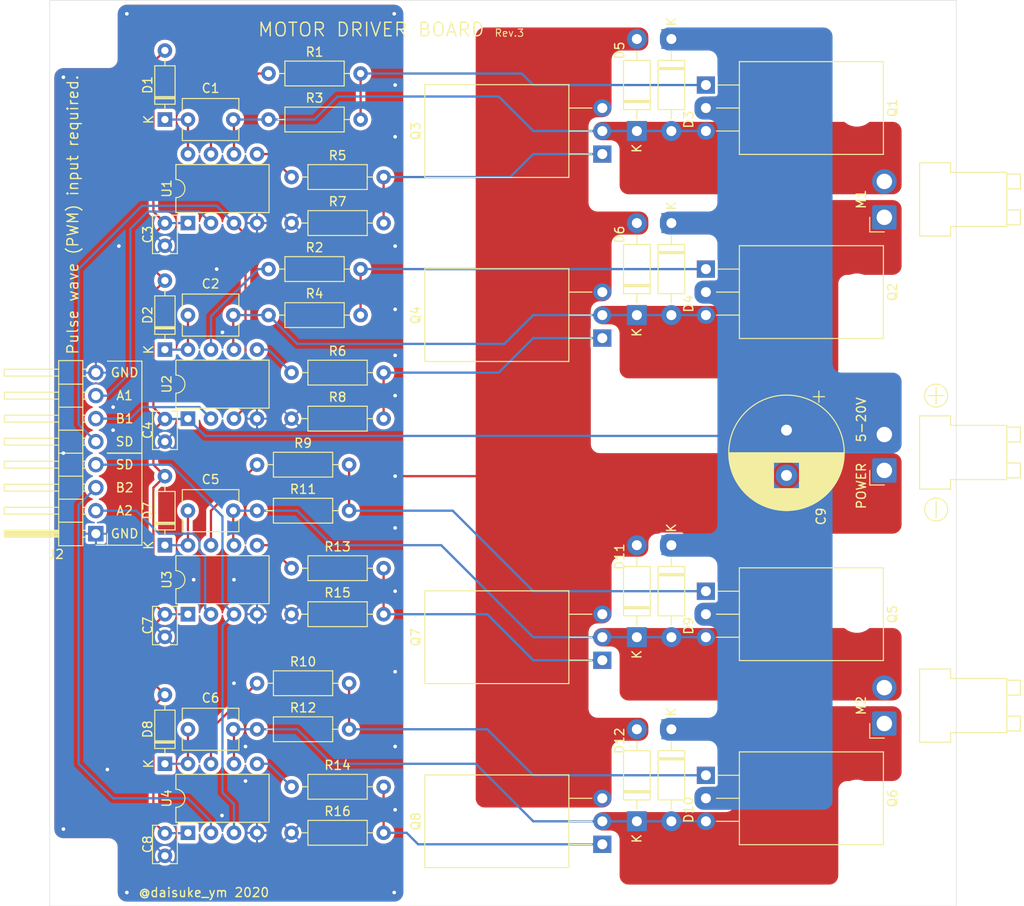
<source format=kicad_pcb>
(kicad_pcb (version 20171130) (host pcbnew "(5.1.6)-1")
  (layers (0 F.Cu signal) (31 B.Cu signal) (34 B.Paste user) (35 F.Paste user) (36 B.SilkS user) (37 F.SilkS user) (38 B.Mask user) (39 F.Mask user) (44 Edge.Cuts user))
  (net 0 "")
  (net 1 "Net-(C1-Pad1)")
  (net 2 "Net-(C1-Pad2)")
  (net 3 "Net-(C2-Pad1)")
  (net 4 "Net-(C2-Pad2)")
  (net 5 GNDPWR)
  (net 6 +BATT)
  (net 7 "Net-(C5-Pad2)")
  (net 8 "Net-(C5-Pad1)")
  (net 9 "Net-(C6-Pad2)")
  (net 10 "Net-(C6-Pad1)")
  (net 11 /IN_A1)
  (net 12 /IN_B1)
  (net 13 /IN_SD1)
  (net 14 /IN_SD2)
  (net 15 /IN_B2)
  (net 16 /IN_A2)
  (net 17 "Net-(Q1-Pad1)")
  (net 18 "Net-(Q2-Pad1)")
  (net 19 "Net-(Q3-Pad1)")
  (net 20 "Net-(Q4-Pad1)")
  (net 21 "Net-(Q5-Pad1)")
  (net 22 "Net-(Q6-Pad1)")
  (net 23 "Net-(Q7-Pad1)")
  (net 24 "Net-(Q8-Pad1)")
  (net 25 "Net-(R1-Pad1)")
  (net 26 "Net-(R2-Pad1)")
  (net 27 "Net-(R6-Pad1)")
  (net 28 "Net-(R14-Pad1)")
  (net 29 "Net-(R5-Pad1)")
  (net 30 "Net-(R9-Pad1)")
  (net 31 "Net-(R10-Pad1)")
  (net 32 "Net-(R13-Pad1)")
  (module MountingHole:MountingHole_3.2mm_M3 (layer F.Cu) (at 196 54)
    (fp_text reference MH3 hide)
    (fp_text value MountingHole_3.2mm_M3)
    (pad 1 np_thru_hole circle (at 0 0) (size 3.2 3.2) (drill 3.2) (layers *.Cu *.Mask))
  )
  (module MountingHole:MountingHole_3.2mm_M3 (layer F.Cu) (at 104 54)
    (fp_text reference MH4 hide)
    (fp_text value MountingHole_3.2mm_M3)
    (pad 1 np_thru_hole circle (at 0 0) (size 3.2 3.2) (drill 3.2) (layers *.Cu *.Mask))
  )
  (module MountingHole:MountingHole_3.2mm_M3 (layer F.Cu) (at 196 146)
    (fp_text reference MH2 hide)
    (fp_text value MountingHole_3.2mm_M3)
    (pad 1 np_thru_hole circle (at 0 0) (size 3.2 3.2) (drill 3.2) (layers *.Cu *.Mask))
  )
  (module MountingHole:MountingHole_3.2mm_M3 (layer F.Cu) (at 104 146)
    (fp_text reference MH1 hide)
    (fp_text value MountingHole_3.2mm_M3)
    (pad 1 np_thru_hole circle (at 0 0) (size 3.2 3.2) (drill 3.2) (layers *.Cu *.Mask))
  )
  (module Capacitor_THT:C_Disc_D6.0mm_W4.4mm_P5.00mm (layer F.Cu) (at 115.24 63.17)
    (fp_text reference C1 (at 2.5 -3.45) (layer F.SilkS))
    (fp_text value 10u)
    (pad 2 thru_hole circle (at 5 0) (size 1.6 1.6) (drill 0.8) (layers *.Cu *.Mask) (net 2 "Net-(C1-Pad2)"))
    (pad 1 thru_hole circle (at 0 0) (size 1.6 1.6) (drill 0.8) (layers *.Cu *.Mask) (net 1 "Net-(C1-Pad1)"))
  )
  (module Capacitor_THT:C_Disc_D6.0mm_W4.4mm_P5.00mm (layer F.Cu) (at 115.24 84.76)
    (fp_text reference C2 (at 2.5 -3.45) (layer F.SilkS))
    (fp_text value 10u)
    (pad 2 thru_hole circle (at 5 0) (size 1.6 1.6) (drill 0.8) (layers *.Cu *.Mask) (net 4 "Net-(C2-Pad2)"))
    (pad 1 thru_hole circle (at 0 0) (size 1.6 1.6) (drill 0.8) (layers *.Cu *.Mask) (net 3 "Net-(C2-Pad1)"))
  )
  (module Capacitor_THT:C_Rect_L4.0mm_W2.5mm_P2.50mm (layer F.Cu) (at 112.7 74.6 270)
    (fp_text reference C3 (at 1.27 1.905 90) (layer F.SilkS))
    (fp_text value 0.1u)
    (pad 1 thru_hole circle (at 0 0 270) (size 1.6 1.6) (drill 0.8) (layers *.Cu *.Mask) (net 6 +BATT))
    (pad 2 thru_hole circle (at 2.5 0 270) (size 1.6 1.6) (drill 0.8) (layers *.Cu *.Mask) (net 5 GNDPWR))
  )
  (module Capacitor_THT:C_Rect_L4.0mm_W2.5mm_P2.50mm (layer F.Cu) (at 112.7 96.23 270)
    (fp_text reference C4 (at 1.23 1.905 90) (layer F.SilkS))
    (fp_text value 0.1u)
    (pad 2 thru_hole circle (at 2.5 0 270) (size 1.6 1.6) (drill 0.8) (layers *.Cu *.Mask) (net 5 GNDPWR))
    (pad 1 thru_hole circle (at 0 0 270) (size 1.6 1.6) (drill 0.8) (layers *.Cu *.Mask) (net 6 +BATT))
  )
  (module Capacitor_THT:C_Disc_D6.0mm_W4.4mm_P5.00mm (layer F.Cu) (at 115.24 106.35)
    (fp_text reference C5 (at 2.5 -3.45) (layer F.SilkS))
    (fp_text value 10u)
    (pad 1 thru_hole circle (at 0 0) (size 1.6 1.6) (drill 0.8) (layers *.Cu *.Mask) (net 8 "Net-(C5-Pad1)"))
    (pad 2 thru_hole circle (at 5 0) (size 1.6 1.6) (drill 0.8) (layers *.Cu *.Mask) (net 7 "Net-(C5-Pad2)"))
  )
  (module Capacitor_THT:C_Disc_D6.0mm_W4.4mm_P5.00mm (layer F.Cu) (at 115.24 130.48)
    (fp_text reference C6 (at 2.5 -3.45) (layer F.SilkS))
    (fp_text value 10u)
    (pad 1 thru_hole circle (at 0 0) (size 1.6 1.6) (drill 0.8) (layers *.Cu *.Mask) (net 10 "Net-(C6-Pad1)"))
    (pad 2 thru_hole circle (at 5 0) (size 1.6 1.6) (drill 0.8) (layers *.Cu *.Mask) (net 9 "Net-(C6-Pad2)"))
  )
  (module Capacitor_THT:C_Rect_L4.0mm_W2.5mm_P2.50mm (layer F.Cu) (at 112.7 117.78 270)
    (fp_text reference C7 (at 1.25 1.905 90) (layer F.SilkS))
    (fp_text value 0.1u)
    (pad 1 thru_hole circle (at 0 0 270) (size 1.6 1.6) (drill 0.8) (layers *.Cu *.Mask) (net 6 +BATT))
    (pad 2 thru_hole circle (at 2.5 0 270) (size 1.6 1.6) (drill 0.8) (layers *.Cu *.Mask) (net 5 GNDPWR))
  )
  (module Capacitor_THT:C_Rect_L4.0mm_W2.5mm_P2.50mm (layer F.Cu) (at 112.7 141.95 270)
    (fp_text reference C8 (at 1.23 1.905 90) (layer F.SilkS))
    (fp_text value 0.1u)
    (pad 2 thru_hole circle (at 2.5 0 270) (size 1.6 1.6) (drill 0.8) (layers *.Cu *.Mask) (net 5 GNDPWR))
    (pad 1 thru_hole circle (at 0 0 270) (size 1.6 1.6) (drill 0.8) (layers *.Cu *.Mask) (net 6 +BATT))
  )
  (module Capacitor_THT:CP_Radial_D12.5mm_P5.00mm (layer F.Cu) (at 181.28 97.46 270)
    (fp_text reference C9 (at 9.525 -3.81 90) (layer F.SilkS))
    (fp_text value "470u 50V")
    (pad 1 thru_hole rect (at 0 0 270) (size 2.4 2.4) (drill 1.2) (layers *.Cu *.Mask) (net 6 +BATT))
    (pad 2 thru_hole circle (at 5 0 270) (size 2.4 2.4) (drill 1.2) (layers *.Cu *.Mask) (net 5 GNDPWR))
  )
  (module Connector_JST:JST_VH_B2PS-VH_1x02_P3.96mm_Horizontal (layer F.Cu) (at 192.075 101.905 90)
    (fp_text reference J1 hide)
    (fp_text value "Motor Power")
    (pad 1 thru_hole roundrect (at 0 0 90) (size 2.7 2.7) (drill 1.7) (layers *.Cu *.Mask) (roundrect_rratio 0.09259299999999999) (net 5 GNDPWR))
    (pad 2 thru_hole circle (at 3.96 0 90) (size 2.7 2.7) (drill 1.7) (layers *.Cu *.Mask) (net 6 +BATT))
  )
  (module Connector_JST:JST_VH_B2PS-VH_1x02_P3.96mm_Horizontal (layer F.Cu) (at 192.075 73.965 90)
    (fp_text reference M1 (at 1.98 -2.55 90) (layer F.SilkS))
    (fp_text value Motor_DC)
    (pad 1 thru_hole roundrect (at 0 0 90) (size 2.7 2.7) (drill 1.7) (layers *.Cu *.Mask) (roundrect_rratio 0.09259299999999999) (net 4 "Net-(C2-Pad2)"))
    (pad 2 thru_hole circle (at 3.96 0 90) (size 2.7 2.7) (drill 1.7) (layers *.Cu *.Mask) (net 2 "Net-(C1-Pad2)"))
  )
  (module Connector_JST:JST_VH_B2PS-VH_1x02_P3.96mm_Horizontal (layer F.Cu) (at 192.075 129.845 90)
    (fp_text reference M2 (at 1.98 -2.55 90) (layer F.SilkS))
    (fp_text value Motor_DC)
    (pad 2 thru_hole circle (at 3.96 0 90) (size 2.7 2.7) (drill 1.7) (layers *.Cu *.Mask) (net 7 "Net-(C5-Pad2)"))
    (pad 1 thru_hole roundrect (at 0 0 90) (size 2.7 2.7) (drill 1.7) (layers *.Cu *.Mask) (roundrect_rratio 0.09259299999999999) (net 9 "Net-(C6-Pad2)"))
  )
  (module Package_DIP:DIP-8_W7.62mm (layer F.Cu) (at 115.24 74.6 90)
    (fp_text reference U1 (at 3.81 -2.33 90) (layer F.SilkS))
    (fp_text value IR2302)
    (pad 8 thru_hole oval (at 7.62 0 90) (size 1.6 1.6) (drill 0.8) (layers *.Cu *.Mask) (net 1 "Net-(C1-Pad1)"))
    (pad 4 thru_hole oval (at 0 7.62 90) (size 1.6 1.6) (drill 0.8) (layers *.Cu *.Mask) (net 5 GNDPWR))
    (pad 7 thru_hole oval (at 7.62 2.54 90) (size 1.6 1.6) (drill 0.8) (layers *.Cu *.Mask) (net 25 "Net-(R1-Pad1)"))
    (pad 3 thru_hole oval (at 0 5.08 90) (size 1.6 1.6) (drill 0.8) (layers *.Cu *.Mask) (net 13 /IN_SD1))
    (pad 6 thru_hole oval (at 7.62 5.08 90) (size 1.6 1.6) (drill 0.8) (layers *.Cu *.Mask) (net 2 "Net-(C1-Pad2)"))
    (pad 2 thru_hole oval (at 0 2.54 90) (size 1.6 1.6) (drill 0.8) (layers *.Cu *.Mask) (net 11 /IN_A1))
    (pad 5 thru_hole oval (at 7.62 7.62 90) (size 1.6 1.6) (drill 0.8) (layers *.Cu *.Mask) (net 29 "Net-(R5-Pad1)"))
    (pad 1 thru_hole rect (at 0 0 90) (size 1.6 1.6) (drill 0.8) (layers *.Cu *.Mask) (net 6 +BATT))
  )
  (module Package_DIP:DIP-8_W7.62mm (layer F.Cu) (at 115.24 96.19 90)
    (fp_text reference U2 (at 3.81 -2.33 90) (layer F.SilkS))
    (fp_text value IR2302)
    (pad 8 thru_hole oval (at 7.62 0 90) (size 1.6 1.6) (drill 0.8) (layers *.Cu *.Mask) (net 3 "Net-(C2-Pad1)"))
    (pad 4 thru_hole oval (at 0 7.62 90) (size 1.6 1.6) (drill 0.8) (layers *.Cu *.Mask) (net 5 GNDPWR))
    (pad 7 thru_hole oval (at 7.62 2.54 90) (size 1.6 1.6) (drill 0.8) (layers *.Cu *.Mask) (net 26 "Net-(R2-Pad1)"))
    (pad 3 thru_hole oval (at 0 5.08 90) (size 1.6 1.6) (drill 0.8) (layers *.Cu *.Mask) (net 13 /IN_SD1))
    (pad 6 thru_hole oval (at 7.62 5.08 90) (size 1.6 1.6) (drill 0.8) (layers *.Cu *.Mask) (net 4 "Net-(C2-Pad2)"))
    (pad 2 thru_hole oval (at 0 2.54 90) (size 1.6 1.6) (drill 0.8) (layers *.Cu *.Mask) (net 12 /IN_B1))
    (pad 5 thru_hole oval (at 7.62 7.62 90) (size 1.6 1.6) (drill 0.8) (layers *.Cu *.Mask) (net 27 "Net-(R6-Pad1)"))
    (pad 1 thru_hole rect (at 0 0 90) (size 1.6 1.6) (drill 0.8) (layers *.Cu *.Mask) (net 6 +BATT))
  )
  (module Package_DIP:DIP-8_W7.62mm (layer F.Cu) (at 115.24 117.78 90)
    (fp_text reference U3 (at 3.81 -2.33 90) (layer F.SilkS))
    (fp_text value IR2302)
    (pad 1 thru_hole rect (at 0 0 90) (size 1.6 1.6) (drill 0.8) (layers *.Cu *.Mask) (net 6 +BATT))
    (pad 5 thru_hole oval (at 7.62 7.62 90) (size 1.6 1.6) (drill 0.8) (layers *.Cu *.Mask) (net 32 "Net-(R13-Pad1)"))
    (pad 2 thru_hole oval (at 0 2.54 90) (size 1.6 1.6) (drill 0.8) (layers *.Cu *.Mask) (net 16 /IN_A2))
    (pad 6 thru_hole oval (at 7.62 5.08 90) (size 1.6 1.6) (drill 0.8) (layers *.Cu *.Mask) (net 7 "Net-(C5-Pad2)"))
    (pad 3 thru_hole oval (at 0 5.08 90) (size 1.6 1.6) (drill 0.8) (layers *.Cu *.Mask) (net 14 /IN_SD2))
    (pad 7 thru_hole oval (at 7.62 2.54 90) (size 1.6 1.6) (drill 0.8) (layers *.Cu *.Mask) (net 30 "Net-(R9-Pad1)"))
    (pad 4 thru_hole oval (at 0 7.62 90) (size 1.6 1.6) (drill 0.8) (layers *.Cu *.Mask) (net 5 GNDPWR))
    (pad 8 thru_hole oval (at 7.62 0 90) (size 1.6 1.6) (drill 0.8) (layers *.Cu *.Mask) (net 8 "Net-(C5-Pad1)"))
  )
  (module Package_DIP:DIP-8_W7.62mm (layer F.Cu) (at 115.24 141.91 90)
    (fp_text reference U4 (at 3.81 -2.33 90) (layer F.SilkS))
    (fp_text value IR2302)
    (pad 1 thru_hole rect (at 0 0 90) (size 1.6 1.6) (drill 0.8) (layers *.Cu *.Mask) (net 6 +BATT))
    (pad 5 thru_hole oval (at 7.62 7.62 90) (size 1.6 1.6) (drill 0.8) (layers *.Cu *.Mask) (net 28 "Net-(R14-Pad1)"))
    (pad 2 thru_hole oval (at 0 2.54 90) (size 1.6 1.6) (drill 0.8) (layers *.Cu *.Mask) (net 15 /IN_B2))
    (pad 6 thru_hole oval (at 7.62 5.08 90) (size 1.6 1.6) (drill 0.8) (layers *.Cu *.Mask) (net 9 "Net-(C6-Pad2)"))
    (pad 3 thru_hole oval (at 0 5.08 90) (size 1.6 1.6) (drill 0.8) (layers *.Cu *.Mask) (net 14 /IN_SD2))
    (pad 7 thru_hole oval (at 7.62 2.54 90) (size 1.6 1.6) (drill 0.8) (layers *.Cu *.Mask) (net 31 "Net-(R10-Pad1)"))
    (pad 4 thru_hole oval (at 0 7.62 90) (size 1.6 1.6) (drill 0.8) (layers *.Cu *.Mask) (net 5 GNDPWR))
    (pad 8 thru_hole oval (at 7.62 0 90) (size 1.6 1.6) (drill 0.8) (layers *.Cu *.Mask) (net 10 "Net-(C6-Pad1)"))
  )
  (module Diode_THT:D_DO-35_SOD27_P7.62mm_Horizontal (layer F.Cu) (at 112.7 63.17 90)
    (fp_text reference D1 (at 3.81 -1.905 90) (layer F.SilkS))
    (fp_text value 1N4148)
    (fp_text user K (at 0 -1.8 90) (layer F.SilkS))
    (pad 1 thru_hole rect (at 0 0 90) (size 1.6 1.6) (drill 0.8) (layers *.Cu *.Mask) (net 1 "Net-(C1-Pad1)"))
    (pad 2 thru_hole oval (at 7.62 0 90) (size 1.6 1.6) (drill 0.8) (layers *.Cu *.Mask) (net 6 +BATT))
  )
  (module Diode_THT:D_DO-35_SOD27_P7.62mm_Horizontal (layer F.Cu) (at 112.7 88.57 90)
    (fp_text reference D2 (at 3.81 -1.905 90) (layer F.SilkS))
    (fp_text value 1N4148)
    (fp_text user K (at 0 -1.8 90) (layer F.SilkS))
    (pad 2 thru_hole oval (at 7.62 0 90) (size 1.6 1.6) (drill 0.8) (layers *.Cu *.Mask) (net 6 +BATT))
    (pad 1 thru_hole rect (at 0 0 90) (size 1.6 1.6) (drill 0.8) (layers *.Cu *.Mask) (net 3 "Net-(C2-Pad1)"))
  )
  (module Diode_THT:D_DO-41_SOD81_P10.16mm_Horizontal (layer F.Cu) (at 168.58 54.28 270)
    (fp_text reference D3 (at 8.89 -1.905 90) (layer F.SilkS))
    (fp_text value 1N4007)
    (fp_text user K (at -1.905 0 90) (layer F.SilkS))
    (pad 2 thru_hole oval (at 10.16 0 270) (size 2.2 2.2) (drill 1.1) (layers *.Cu *.Mask) (net 2 "Net-(C1-Pad2)"))
    (pad 1 thru_hole rect (at 0 0 270) (size 2.2 2.2) (drill 1.1) (layers *.Cu *.Mask) (net 6 +BATT))
  )
  (module Diode_THT:D_DO-41_SOD81_P10.16mm_Horizontal (layer F.Cu) (at 168.58 74.6 270)
    (fp_text reference D4 (at 8.89 -1.905 90) (layer F.SilkS))
    (fp_text value 1N4007)
    (fp_text user K (at -1.905 0 90) (layer F.SilkS))
    (pad 1 thru_hole rect (at 0 0 270) (size 2.2 2.2) (drill 1.1) (layers *.Cu *.Mask) (net 6 +BATT))
    (pad 2 thru_hole oval (at 10.16 0 270) (size 2.2 2.2) (drill 1.1) (layers *.Cu *.Mask) (net 4 "Net-(C2-Pad2)"))
  )
  (module Diode_THT:D_DO-41_SOD81_P10.16mm_Horizontal (layer F.Cu) (at 164.77 64.44 90)
    (fp_text reference D5 (at 8.89 -1.905 90) (layer F.SilkS))
    (fp_text value 1N4007)
    (fp_text user K (at -1.905 0 90) (layer F.SilkS))
    (pad 2 thru_hole oval (at 10.16 0 90) (size 2.2 2.2) (drill 1.1) (layers *.Cu *.Mask) (net 5 GNDPWR))
    (pad 1 thru_hole rect (at 0 0 90) (size 2.2 2.2) (drill 1.1) (layers *.Cu *.Mask) (net 2 "Net-(C1-Pad2)"))
  )
  (module Diode_THT:D_DO-41_SOD81_P10.16mm_Horizontal (layer F.Cu) (at 164.77 84.76 90)
    (fp_text reference D6 (at 8.89 -1.905 90) (layer F.SilkS))
    (fp_text value 1N4007)
    (fp_text user K (at -1.905 0 90) (layer F.SilkS))
    (pad 1 thru_hole rect (at 0 0 90) (size 2.2 2.2) (drill 1.1) (layers *.Cu *.Mask) (net 4 "Net-(C2-Pad2)"))
    (pad 2 thru_hole oval (at 10.16 0 90) (size 2.2 2.2) (drill 1.1) (layers *.Cu *.Mask) (net 5 GNDPWR))
  )
  (module Diode_THT:D_DO-35_SOD27_P7.62mm_Horizontal (layer F.Cu) (at 112.7 110.16 90)
    (fp_text reference D7 (at 3.81 -1.905 90) (layer F.SilkS))
    (fp_text value 1N4148)
    (fp_text user K (at 0 -1.8 90) (layer F.SilkS))
    (pad 1 thru_hole rect (at 0 0 90) (size 1.6 1.6) (drill 0.8) (layers *.Cu *.Mask) (net 8 "Net-(C5-Pad1)"))
    (pad 2 thru_hole oval (at 7.62 0 90) (size 1.6 1.6) (drill 0.8) (layers *.Cu *.Mask) (net 6 +BATT))
  )
  (module Diode_THT:D_DO-35_SOD27_P7.62mm_Horizontal (layer F.Cu) (at 112.7 134.29 90)
    (fp_text reference D8 (at 3.81 -1.905 90) (layer F.SilkS))
    (fp_text value 1N4148)
    (fp_text user K (at 0 -1.8 90) (layer F.SilkS))
    (pad 2 thru_hole oval (at 7.62 0 90) (size 1.6 1.6) (drill 0.8) (layers *.Cu *.Mask) (net 6 +BATT))
    (pad 1 thru_hole rect (at 0 0 90) (size 1.6 1.6) (drill 0.8) (layers *.Cu *.Mask) (net 10 "Net-(C6-Pad1)"))
  )
  (module Diode_THT:D_DO-41_SOD81_P10.16mm_Horizontal (layer F.Cu) (at 168.58 110.16 270)
    (fp_text reference D9 (at 8.89 -1.905 90) (layer F.SilkS))
    (fp_text value 1N4007)
    (fp_text user K (at -1.905 0 90) (layer F.SilkS))
    (pad 2 thru_hole oval (at 10.16 0 270) (size 2.2 2.2) (drill 1.1) (layers *.Cu *.Mask) (net 7 "Net-(C5-Pad2)"))
    (pad 1 thru_hole rect (at 0 0 270) (size 2.2 2.2) (drill 1.1) (layers *.Cu *.Mask) (net 6 +BATT))
  )
  (module Diode_THT:D_DO-41_SOD81_P10.16mm_Horizontal (layer F.Cu) (at 168.58 130.48 270)
    (fp_text reference D10 (at 8.89 -1.905 90) (layer F.SilkS))
    (fp_text value 1N4007)
    (fp_text user K (at -1.905 0 90) (layer F.SilkS))
    (pad 1 thru_hole rect (at 0 0 270) (size 2.2 2.2) (drill 1.1) (layers *.Cu *.Mask) (net 6 +BATT))
    (pad 2 thru_hole oval (at 10.16 0 270) (size 2.2 2.2) (drill 1.1) (layers *.Cu *.Mask) (net 9 "Net-(C6-Pad2)"))
  )
  (module Diode_THT:D_DO-41_SOD81_P10.16mm_Horizontal (layer F.Cu) (at 164.77 120.32 90)
    (fp_text reference D11 (at 8.89 -1.905 90) (layer F.SilkS))
    (fp_text value 1N4007)
    (fp_text user K (at -1.905 0 90) (layer F.SilkS))
    (pad 2 thru_hole oval (at 10.16 0 90) (size 2.2 2.2) (drill 1.1) (layers *.Cu *.Mask) (net 5 GNDPWR))
    (pad 1 thru_hole rect (at 0 0 90) (size 2.2 2.2) (drill 1.1) (layers *.Cu *.Mask) (net 7 "Net-(C5-Pad2)"))
  )
  (module Diode_THT:D_DO-41_SOD81_P10.16mm_Horizontal (layer F.Cu) (at 164.77 140.64 90)
    (fp_text reference D12 (at 8.89 -1.905 90) (layer F.SilkS))
    (fp_text value 1N4007)
    (fp_text user K (at -1.905 0 90) (layer F.SilkS))
    (pad 1 thru_hole rect (at 0 0 90) (size 2.2 2.2) (drill 1.1) (layers *.Cu *.Mask) (net 9 "Net-(C6-Pad2)"))
    (pad 2 thru_hole oval (at 10.16 0 90) (size 2.2 2.2) (drill 1.1) (layers *.Cu *.Mask) (net 5 GNDPWR))
  )
  (module Resistor_THT:R_Axial_DIN0207_L6.3mm_D2.5mm_P10.16mm_Horizontal (layer F.Cu) (at 124.13 58.09)
    (fp_text reference R1 (at 5.08 -2.37) (layer F.SilkS))
    (fp_text value 47k)
    (pad 1 thru_hole circle (at 0 0) (size 1.6 1.6) (drill 0.8) (layers *.Cu *.Mask) (net 25 "Net-(R1-Pad1)"))
    (pad 2 thru_hole oval (at 10.16 0) (size 1.6 1.6) (drill 0.8) (layers *.Cu *.Mask) (net 17 "Net-(Q1-Pad1)"))
  )
  (module Resistor_THT:R_Axial_DIN0207_L6.3mm_D2.5mm_P10.16mm_Horizontal (layer F.Cu) (at 124.13 79.68)
    (fp_text reference R2 (at 5.08 -2.37) (layer F.SilkS))
    (fp_text value 47k)
    (pad 1 thru_hole circle (at 0 0) (size 1.6 1.6) (drill 0.8) (layers *.Cu *.Mask) (net 26 "Net-(R2-Pad1)"))
    (pad 2 thru_hole oval (at 10.16 0) (size 1.6 1.6) (drill 0.8) (layers *.Cu *.Mask) (net 18 "Net-(Q2-Pad1)"))
  )
  (module Resistor_THT:R_Axial_DIN0207_L6.3mm_D2.5mm_P10.16mm_Horizontal (layer F.Cu) (at 124.13 63.17)
    (fp_text reference R3 (at 5.08 -2.37) (layer F.SilkS))
    (fp_text value 47k)
    (pad 2 thru_hole oval (at 10.16 0) (size 1.6 1.6) (drill 0.8) (layers *.Cu *.Mask) (net 17 "Net-(Q1-Pad1)"))
    (pad 1 thru_hole circle (at 0 0) (size 1.6 1.6) (drill 0.8) (layers *.Cu *.Mask) (net 2 "Net-(C1-Pad2)"))
  )
  (module Resistor_THT:R_Axial_DIN0207_L6.3mm_D2.5mm_P10.16mm_Horizontal (layer F.Cu) (at 124.13 84.76)
    (fp_text reference R4 (at 5.08 -2.37) (layer F.SilkS))
    (fp_text value 47k)
    (pad 1 thru_hole circle (at 0 0) (size 1.6 1.6) (drill 0.8) (layers *.Cu *.Mask) (net 4 "Net-(C2-Pad2)"))
    (pad 2 thru_hole oval (at 10.16 0) (size 1.6 1.6) (drill 0.8) (layers *.Cu *.Mask) (net 18 "Net-(Q2-Pad1)"))
  )
  (module Resistor_THT:R_Axial_DIN0207_L6.3mm_D2.5mm_P10.16mm_Horizontal (layer F.Cu) (at 126.67 69.52)
    (fp_text reference R5 (at 5.08 -2.37) (layer F.SilkS))
    (fp_text value 47k)
    (pad 1 thru_hole circle (at 0 0) (size 1.6 1.6) (drill 0.8) (layers *.Cu *.Mask) (net 29 "Net-(R5-Pad1)"))
    (pad 2 thru_hole oval (at 10.16 0) (size 1.6 1.6) (drill 0.8) (layers *.Cu *.Mask) (net 19 "Net-(Q3-Pad1)"))
  )
  (module Resistor_THT:R_Axial_DIN0207_L6.3mm_D2.5mm_P10.16mm_Horizontal (layer F.Cu) (at 126.67 91.11)
    (fp_text reference R6 (at 5.08 -2.37) (layer F.SilkS))
    (fp_text value 47k)
    (pad 2 thru_hole oval (at 10.16 0) (size 1.6 1.6) (drill 0.8) (layers *.Cu *.Mask) (net 20 "Net-(Q4-Pad1)"))
    (pad 1 thru_hole circle (at 0 0) (size 1.6 1.6) (drill 0.8) (layers *.Cu *.Mask) (net 27 "Net-(R6-Pad1)"))
  )
  (module Resistor_THT:R_Axial_DIN0207_L6.3mm_D2.5mm_P10.16mm_Horizontal (layer F.Cu) (at 126.67 74.6)
    (fp_text reference R7 (at 5.08 -2.37) (layer F.SilkS))
    (fp_text value 47k)
    (pad 2 thru_hole oval (at 10.16 0) (size 1.6 1.6) (drill 0.8) (layers *.Cu *.Mask) (net 19 "Net-(Q3-Pad1)"))
    (pad 1 thru_hole circle (at 0 0) (size 1.6 1.6) (drill 0.8) (layers *.Cu *.Mask) (net 5 GNDPWR))
  )
  (module Resistor_THT:R_Axial_DIN0207_L6.3mm_D2.5mm_P10.16mm_Horizontal (layer F.Cu) (at 126.67 96.19)
    (fp_text reference R8 (at 5.08 -2.37) (layer F.SilkS))
    (fp_text value 47k)
    (pad 1 thru_hole circle (at 0 0) (size 1.6 1.6) (drill 0.8) (layers *.Cu *.Mask) (net 5 GNDPWR))
    (pad 2 thru_hole oval (at 10.16 0) (size 1.6 1.6) (drill 0.8) (layers *.Cu *.Mask) (net 20 "Net-(Q4-Pad1)"))
  )
  (module Resistor_THT:R_Axial_DIN0207_L6.3mm_D2.5mm_P10.16mm_Horizontal (layer F.Cu) (at 122.86 101.27)
    (fp_text reference R9 (at 5.08 -2.37) (layer F.SilkS))
    (fp_text value 47k)
    (pad 1 thru_hole circle (at 0 0) (size 1.6 1.6) (drill 0.8) (layers *.Cu *.Mask) (net 30 "Net-(R9-Pad1)"))
    (pad 2 thru_hole oval (at 10.16 0) (size 1.6 1.6) (drill 0.8) (layers *.Cu *.Mask) (net 21 "Net-(Q5-Pad1)"))
  )
  (module Resistor_THT:R_Axial_DIN0207_L6.3mm_D2.5mm_P10.16mm_Horizontal (layer F.Cu) (at 122.86 125.4)
    (fp_text reference R10 (at 5.08 -2.37) (layer F.SilkS))
    (fp_text value 47k)
    (pad 1 thru_hole circle (at 0 0) (size 1.6 1.6) (drill 0.8) (layers *.Cu *.Mask) (net 31 "Net-(R10-Pad1)"))
    (pad 2 thru_hole oval (at 10.16 0) (size 1.6 1.6) (drill 0.8) (layers *.Cu *.Mask) (net 22 "Net-(Q6-Pad1)"))
  )
  (module Resistor_THT:R_Axial_DIN0207_L6.3mm_D2.5mm_P10.16mm_Horizontal (layer F.Cu) (at 122.86 106.35)
    (fp_text reference R11 (at 5.08 -2.37) (layer F.SilkS))
    (fp_text value 47k)
    (pad 2 thru_hole oval (at 10.16 0) (size 1.6 1.6) (drill 0.8) (layers *.Cu *.Mask) (net 21 "Net-(Q5-Pad1)"))
    (pad 1 thru_hole circle (at 0 0) (size 1.6 1.6) (drill 0.8) (layers *.Cu *.Mask) (net 7 "Net-(C5-Pad2)"))
  )
  (module Resistor_THT:R_Axial_DIN0207_L6.3mm_D2.5mm_P10.16mm_Horizontal (layer F.Cu) (at 122.86 130.48)
    (fp_text reference R12 (at 5.08 -2.37) (layer F.SilkS))
    (fp_text value 47k)
    (pad 2 thru_hole oval (at 10.16 0) (size 1.6 1.6) (drill 0.8) (layers *.Cu *.Mask) (net 22 "Net-(Q6-Pad1)"))
    (pad 1 thru_hole circle (at 0 0) (size 1.6 1.6) (drill 0.8) (layers *.Cu *.Mask) (net 9 "Net-(C6-Pad2)"))
  )
  (module Resistor_THT:R_Axial_DIN0207_L6.3mm_D2.5mm_P10.16mm_Horizontal (layer F.Cu) (at 126.67 112.7)
    (fp_text reference R13 (at 5.08 -2.37) (layer F.SilkS))
    (fp_text value 47k)
    (pad 1 thru_hole circle (at 0 0) (size 1.6 1.6) (drill 0.8) (layers *.Cu *.Mask) (net 32 "Net-(R13-Pad1)"))
    (pad 2 thru_hole oval (at 10.16 0) (size 1.6 1.6) (drill 0.8) (layers *.Cu *.Mask) (net 23 "Net-(Q7-Pad1)"))
  )
  (module Resistor_THT:R_Axial_DIN0207_L6.3mm_D2.5mm_P10.16mm_Horizontal (layer F.Cu) (at 126.67 136.83)
    (fp_text reference R14 (at 5.08 -2.37) (layer F.SilkS))
    (fp_text value 47k)
    (pad 2 thru_hole oval (at 10.16 0) (size 1.6 1.6) (drill 0.8) (layers *.Cu *.Mask) (net 24 "Net-(Q8-Pad1)"))
    (pad 1 thru_hole circle (at 0 0) (size 1.6 1.6) (drill 0.8) (layers *.Cu *.Mask) (net 28 "Net-(R14-Pad1)"))
  )
  (module Resistor_THT:R_Axial_DIN0207_L6.3mm_D2.5mm_P10.16mm_Horizontal (layer F.Cu) (at 126.67 117.78)
    (fp_text reference R15 (at 5.08 -2.37) (layer F.SilkS))
    (fp_text value 47k)
    (pad 2 thru_hole oval (at 10.16 0) (size 1.6 1.6) (drill 0.8) (layers *.Cu *.Mask) (net 23 "Net-(Q7-Pad1)"))
    (pad 1 thru_hole circle (at 0 0) (size 1.6 1.6) (drill 0.8) (layers *.Cu *.Mask) (net 5 GNDPWR))
  )
  (module Resistor_THT:R_Axial_DIN0207_L6.3mm_D2.5mm_P10.16mm_Horizontal (layer F.Cu) (at 126.67 141.91)
    (fp_text reference R16 (at 5.08 -2.37) (layer F.SilkS))
    (fp_text value 47k)
    (pad 2 thru_hole oval (at 10.16 0) (size 1.6 1.6) (drill 0.8) (layers *.Cu *.Mask) (net 24 "Net-(Q8-Pad1)"))
    (pad 1 thru_hole circle (at 0 0) (size 1.6 1.6) (drill 0.8) (layers *.Cu *.Mask) (net 5 GNDPWR))
  )
  (module Connector_PinHeader_2.54mm:PinHeader_1x08_P2.54mm_Horizontal (layer F.Cu) (at 105.08 108.89 180)
    (fp_text reference J2 (at 4.385 -2.27) (layer F.SilkS))
    (fp_text value "Input Logic")
    (pad 1 thru_hole rect (at 0 0 180) (size 1.7 1.7) (drill 1) (layers *.Cu *.Mask) (net 5 GNDPWR))
    (pad 2 thru_hole oval (at 0 2.54 180) (size 1.7 1.7) (drill 1) (layers *.Cu *.Mask) (net 16 /IN_A2))
    (pad 3 thru_hole oval (at 0 5.08 180) (size 1.7 1.7) (drill 1) (layers *.Cu *.Mask) (net 15 /IN_B2))
    (pad 4 thru_hole oval (at 0 7.62 180) (size 1.7 1.7) (drill 1) (layers *.Cu *.Mask) (net 14 /IN_SD2))
    (pad 5 thru_hole oval (at 0 10.16 180) (size 1.7 1.7) (drill 1) (layers *.Cu *.Mask) (net 13 /IN_SD1))
    (pad 6 thru_hole oval (at 0 12.7 180) (size 1.7 1.7) (drill 1) (layers *.Cu *.Mask) (net 12 /IN_B1))
    (pad 7 thru_hole oval (at 0 15.24 180) (size 1.7 1.7) (drill 1) (layers *.Cu *.Mask) (net 11 /IN_A1))
    (pad 8 thru_hole oval (at 0 17.78 180) (size 1.7 1.7) (drill 1) (layers *.Cu *.Mask) (net 5 GNDPWR))
  )
  (module Package_TO_SOT_THT:TO-220-3_Horizontal_TabDown (layer F.Cu) (at 172.39 59.36 270)
    (fp_text reference Q1 (at 2.54 -20.58 90) (layer F.SilkS))
    (fp_text value Q_NMOS_GDS)
    (pad 3 thru_hole oval (at 5.08 0 270) (size 1.905 2) (drill 1.1) (layers *.Cu *.Mask) (net 2 "Net-(C1-Pad2)"))
    (pad 2 thru_hole oval (at 2.54 0 270) (size 1.905 2) (drill 1.1) (layers *.Cu *.Mask) (net 6 +BATT))
    (pad 1 thru_hole rect (at 0 0 270) (size 1.905 2) (drill 1.1) (layers *.Cu *.Mask) (net 17 "Net-(Q1-Pad1)"))
    (pad "" np_thru_hole oval (at 2.54 -16.66 270) (size 3.5 3.5) (drill 3.5) (layers *.Cu *.Mask))
  )
  (module Package_TO_SOT_THT:TO-220-3_Horizontal_TabDown (layer F.Cu) (at 172.39 79.68 270)
    (fp_text reference Q2 (at 2.54 -20.58 90) (layer F.SilkS))
    (fp_text value Q_NMOS_GDS)
    (pad "" np_thru_hole oval (at 2.54 -16.66 270) (size 3.5 3.5) (drill 3.5) (layers *.Cu *.Mask))
    (pad 1 thru_hole rect (at 0 0 270) (size 1.905 2) (drill 1.1) (layers *.Cu *.Mask) (net 18 "Net-(Q2-Pad1)"))
    (pad 2 thru_hole oval (at 2.54 0 270) (size 1.905 2) (drill 1.1) (layers *.Cu *.Mask) (net 6 +BATT))
    (pad 3 thru_hole oval (at 5.08 0 270) (size 1.905 2) (drill 1.1) (layers *.Cu *.Mask) (net 4 "Net-(C2-Pad2)"))
  )
  (module Package_TO_SOT_THT:TO-220-3_Horizontal_TabDown (layer F.Cu) (at 160.96 66.98 90)
    (fp_text reference Q3 (at 2.54 -20.58 90) (layer F.SilkS))
    (fp_text value Q_NMOS_GDS)
    (pad 3 thru_hole oval (at 5.08 0 90) (size 1.905 2) (drill 1.1) (layers *.Cu *.Mask) (net 5 GNDPWR))
    (pad 2 thru_hole oval (at 2.54 0 90) (size 1.905 2) (drill 1.1) (layers *.Cu *.Mask) (net 2 "Net-(C1-Pad2)"))
    (pad 1 thru_hole rect (at 0 0 90) (size 1.905 2) (drill 1.1) (layers *.Cu *.Mask) (net 19 "Net-(Q3-Pad1)"))
    (pad "" np_thru_hole oval (at 2.54 -16.66 90) (size 3.5 3.5) (drill 3.5) (layers *.Cu *.Mask))
  )
  (module Package_TO_SOT_THT:TO-220-3_Horizontal_TabDown (layer F.Cu) (at 160.96 87.3 90)
    (fp_text reference Q4 (at 2.54 -20.58 90) (layer F.SilkS))
    (fp_text value Q_NMOS_GDS)
    (pad 3 thru_hole oval (at 5.08 0 90) (size 1.905 2) (drill 1.1) (layers *.Cu *.Mask) (net 5 GNDPWR))
    (pad 2 thru_hole oval (at 2.54 0 90) (size 1.905 2) (drill 1.1) (layers *.Cu *.Mask) (net 4 "Net-(C2-Pad2)"))
    (pad 1 thru_hole rect (at 0 0 90) (size 1.905 2) (drill 1.1) (layers *.Cu *.Mask) (net 20 "Net-(Q4-Pad1)"))
    (pad "" np_thru_hole oval (at 2.54 -16.66 90) (size 3.5 3.5) (drill 3.5) (layers *.Cu *.Mask))
  )
  (module Package_TO_SOT_THT:TO-220-3_Horizontal_TabDown (layer F.Cu) (at 172.39 115.24 270)
    (fp_text reference Q5 (at 2.54 -20.58 90) (layer F.SilkS))
    (fp_text value Q_NMOS_GDS)
    (pad "" np_thru_hole oval (at 2.54 -16.66 270) (size 3.5 3.5) (drill 3.5) (layers *.Cu *.Mask))
    (pad 1 thru_hole rect (at 0 0 270) (size 1.905 2) (drill 1.1) (layers *.Cu *.Mask) (net 21 "Net-(Q5-Pad1)"))
    (pad 2 thru_hole oval (at 2.54 0 270) (size 1.905 2) (drill 1.1) (layers *.Cu *.Mask) (net 6 +BATT))
    (pad 3 thru_hole oval (at 5.08 0 270) (size 1.905 2) (drill 1.1) (layers *.Cu *.Mask) (net 7 "Net-(C5-Pad2)"))
  )
  (module Package_TO_SOT_THT:TO-220-3_Horizontal_TabDown (layer F.Cu) (at 172.39 135.56 270)
    (fp_text reference Q6 (at 2.54 -20.58 90) (layer F.SilkS))
    (fp_text value Q_NMOS_GDS)
    (pad "" np_thru_hole oval (at 2.54 -16.66 270) (size 3.5 3.5) (drill 3.5) (layers *.Cu *.Mask))
    (pad 1 thru_hole rect (at 0 0 270) (size 1.905 2) (drill 1.1) (layers *.Cu *.Mask) (net 22 "Net-(Q6-Pad1)"))
    (pad 2 thru_hole oval (at 2.54 0 270) (size 1.905 2) (drill 1.1) (layers *.Cu *.Mask) (net 6 +BATT))
    (pad 3 thru_hole oval (at 5.08 0 270) (size 1.905 2) (drill 1.1) (layers *.Cu *.Mask) (net 9 "Net-(C6-Pad2)"))
  )
  (module Package_TO_SOT_THT:TO-220-3_Horizontal_TabDown (layer F.Cu) (at 160.96 122.86 90)
    (fp_text reference Q7 (at 2.54 -20.58 90) (layer F.SilkS))
    (fp_text value Q_NMOS_GDS)
    (pad 3 thru_hole oval (at 5.08 0 90) (size 1.905 2) (drill 1.1) (layers *.Cu *.Mask) (net 5 GNDPWR))
    (pad 2 thru_hole oval (at 2.54 0 90) (size 1.905 2) (drill 1.1) (layers *.Cu *.Mask) (net 7 "Net-(C5-Pad2)"))
    (pad 1 thru_hole rect (at 0 0 90) (size 1.905 2) (drill 1.1) (layers *.Cu *.Mask) (net 23 "Net-(Q7-Pad1)"))
    (pad "" np_thru_hole oval (at 2.54 -16.66 90) (size 3.5 3.5) (drill 3.5) (layers *.Cu *.Mask))
  )
  (module Package_TO_SOT_THT:TO-220-3_Horizontal_TabDown (layer F.Cu) (at 160.96 143.18 90)
    (fp_text reference Q8 (at 2.54 -20.58 90) (layer F.SilkS))
    (fp_text value Q_NMOS_GDS)
    (pad "" np_thru_hole oval (at 2.54 -16.66 90) (size 3.5 3.5) (drill 3.5) (layers *.Cu *.Mask))
    (pad 1 thru_hole rect (at 0 0 90) (size 1.905 2) (drill 1.1) (layers *.Cu *.Mask) (net 24 "Net-(Q8-Pad1)"))
    (pad 2 thru_hole oval (at 2.54 0 90) (size 1.905 2) (drill 1.1) (layers *.Cu *.Mask) (net 9 "Net-(C6-Pad2)"))
    (pad 3 thru_hole oval (at 5.08 0 90) (size 1.905 2) (drill 1.1) (layers *.Cu *.Mask) (net 5 GNDPWR))
  )
  (gr_line (start 197.79 107.112) (end 197.79 105.334) (layer F.SilkS) (width 0.12))
  (gr_line (start 197.79 92.761) (end 197.79 94.539) (layer F.SilkS) (width 0.12))
  (gr_line (start 196.901 93.65) (end 198.679 93.65) (layer F.SilkS) (width 0.12))
  (gr_circle (center 197.79 106.223) (end 197.79 107.493) (layer F.SilkS) (width 0.12))
  (gr_circle (center 197.79 93.65) (end 197.79 94.92) (layer F.SilkS) (width 0.12))
  (gr_text "POWER   5-20V" (at 189.535 100 90) (layer F.SilkS) (effects (font (size 1 1))))
  (gr_line (start 110.16 110.16) (end 106.35 110.16) (layer F.SilkS) (width 0.12))
  (gr_line (start 110.16 89.84) (end 110.16 110.16) (layer F.SilkS) (width 0.12))
  (gr_line (start 106.35 89.84) (end 110.16 89.84) (layer F.SilkS) (width 0.12))
  (gr_text GND (at 108.255 91.11) (layer F.SilkS) (effects (font (size 1 1))))
  (gr_text A1 (at 108.255 93.65) (layer F.SilkS) (effects (font (size 1 1))))
  (gr_text B1 (at 108.255 96.19) (layer F.SilkS) (effects (font (size 1 1))))
  (gr_text SD (at 108.255 98.73) (layer F.SilkS) (effects (font (size 1 1))))
  (gr_text GND (at 108.255 108.89) (layer F.SilkS) (effects (font (size 1 1))))
  (gr_text A2 (at 108.255 106.35) (layer F.SilkS) (effects (font (size 1 1))))
  (gr_text B2 (at 108.255 103.81) (layer F.SilkS) (effects (font (size 1 1))))
  (gr_text SD (at 108.255 101.27) (layer F.SilkS) (effects (font (size 1 1))))
  (gr_line (start 106.35 100) (end 110.16 100) (layer F.SilkS) (width 0.15))
  (gr_line (start 100 150) (end 200 150) (layer Edge.Cuts) (width 0.05))
  (gr_text Rev.3 (at 149.022 53.621) (layer F.SilkS) (effects (font (size 0.8 0.8) (thickness 0.1)) (justify left)))
  (gr_text "MOTOR DRIVER BOARD" (at 122.86 53.24) (layer F.SilkS) (effects (font (size 1.5 1.5)) (justify left)))
  (gr_text "Pulse wave (PWM) input required." (at 102.54 89.205 90) (layer F.SilkS) (effects (font (size 1.2 1.2)) (justify left)))
  (gr_text "@daisuke_ym 2020" (at 117 148.5) (layer F.SilkS) (effects (font (size 1 1))))
  (gr_line (start 100 50) (end 100 150) (layer Edge.Cuts) (width 0.05))
  (gr_line (start 200 50) (end 100 50) (layer Edge.Cuts) (width 0.05))
  (gr_line (start 200 150) (end 200 50) (layer Edge.Cuts) (width 0.05))
  (segment (start 115.24 66.98) (end 115.24 63.17) (width 0.25) (layer F.Cu) (net 1))
  (segment (start 112.7 63.17) (end 115.24 63.17) (width 0.25) (layer B.Cu) (net 1))
  (segment (start 120.32 63.25) (end 120.24 63.17) (width 0.25) (layer F.Cu) (net 2))
  (segment (start 120.32 66.98) (end 120.32 63.25) (width 0.25) (layer F.Cu) (net 2))
  (segment (start 120.24 63.17) (end 124.13 63.17) (width 0.25) (layer B.Cu) (net 2))
  (segment (start 160.96 64.44) (end 164.77 64.44) (width 0.25) (layer B.Cu) (net 2))
  (segment (start 164.77 64.44) (end 168.58 64.44) (width 0.25) (layer B.Cu) (net 2))
  (segment (start 168.58 64.44) (end 172.39 64.44) (width 0.25) (layer B.Cu) (net 2))
  (segment (start 172.39 64.44) (end 177.47 64.44) (width 0.25) (layer F.Cu) (net 2))
  (segment (start 183.035 70.005) (end 192.075 70.005) (width 0.25) (layer F.Cu) (net 2))
  (segment (start 177.47 64.44) (end 183.035 70.005) (width 0.25) (layer F.Cu) (net 2))
  (segment (start 149.53 60.63) (end 153.34 64.44) (width 0.25) (layer B.Cu) (net 2))
  (segment (start 131.75 60.63) (end 149.53 60.63) (width 0.25) (layer B.Cu) (net 2))
  (segment (start 124.13 63.17) (end 129.21 63.17) (width 0.25) (layer B.Cu) (net 2))
  (segment (start 153.34 64.44) (end 160.96 64.44) (width 0.25) (layer B.Cu) (net 2))
  (segment (start 129.21 63.17) (end 131.75 60.63) (width 0.25) (layer B.Cu) (net 2))
  (segment (start 115.24 84.76) (end 115.24 88.57) (width 0.25) (layer F.Cu) (net 3))
  (segment (start 112.7 88.57) (end 115.24 88.57) (width 0.25) (layer B.Cu) (net 3))
  (segment (start 160.96 84.76) (end 164.77 84.76) (width 0.25) (layer B.Cu) (net 4))
  (segment (start 164.77 84.76) (end 168.58 84.76) (width 0.25) (layer B.Cu) (net 4))
  (segment (start 168.58 84.76) (end 172.39 84.76) (width 0.25) (layer B.Cu) (net 4))
  (segment (start 188.265 73.965) (end 192.075 73.965) (width 0.25) (layer F.Cu) (net 4))
  (segment (start 172.39 84.76) (end 177.47 84.76) (width 0.25) (layer F.Cu) (net 4))
  (segment (start 177.47 84.76) (end 188.265 73.965) (width 0.25) (layer F.Cu) (net 4))
  (segment (start 120.24 88.49) (end 120.32 88.57) (width 0.25) (layer F.Cu) (net 4))
  (segment (start 120.24 84.76) (end 120.24 88.49) (width 0.25) (layer F.Cu) (net 4))
  (segment (start 120.24 84.76) (end 124.13 84.76) (width 0.25) (layer B.Cu) (net 4))
  (segment (start 127.305 87.935) (end 124.13 84.76) (width 0.25) (layer B.Cu) (net 4))
  (segment (start 150.165 87.935) (end 127.305 87.935) (width 0.25) (layer B.Cu) (net 4))
  (segment (start 160.96 84.76) (end 153.34 84.76) (width 0.25) (layer B.Cu) (net 4))
  (segment (start 153.34 84.76) (end 150.165 87.935) (width 0.25) (layer B.Cu) (net 4))
  (segment (start 181.28 102.46) (end 183.9 102.46) (width 0.25) (layer F.Cu) (net 5))
  (segment (start 184.455 101.905) (end 192.075 101.905) (width 0.25) (layer F.Cu) (net 5))
  (segment (start 183.9 102.46) (end 184.455 101.905) (width 0.25) (layer F.Cu) (net 5))
  (segment (start 157.15 82.22) (end 160.96 82.22) (width 0.25) (layer F.Cu) (net 5))
  (segment (start 157.15 102.54) (end 157.15 82.22) (width 0.25) (layer F.Cu) (net 5))
  (segment (start 181.28 102.46) (end 181.2 102.54) (width 0.25) (layer F.Cu) (net 5))
  (segment (start 181.2 102.54) (end 157.15 102.54) (width 0.25) (layer F.Cu) (net 5))
  (segment (start 157.15 82.22) (end 157.15 74.6) (width 0.25) (layer F.Cu) (net 5))
  (segment (start 157.15 74.6) (end 164.77 74.6) (width 0.25) (layer F.Cu) (net 5))
  (segment (start 157.15 74.6) (end 157.15 61.9) (width 0.25) (layer F.Cu) (net 5))
  (segment (start 157.15 61.9) (end 160.96 61.9) (width 0.25) (layer F.Cu) (net 5))
  (segment (start 157.15 61.9) (end 157.15 54.28) (width 0.25) (layer F.Cu) (net 5))
  (segment (start 157.15 54.28) (end 164.77 54.28) (width 0.25) (layer F.Cu) (net 5))
  (segment (start 157.15 102.54) (end 138.1 102.54) (width 0.25) (layer F.Cu) (net 5))
  (via (at 138.1 102.54) (size 0.8) (drill 0.4) (layers F.Cu B.Cu) (net 5))
  (segment (start 157.15 102.54) (end 157.15 110.16) (width 0.25) (layer F.Cu) (net 5))
  (segment (start 157.15 110.16) (end 164.77 110.16) (width 0.25) (layer F.Cu) (net 5))
  (segment (start 157.15 110.16) (end 157.15 117.78) (width 0.25) (layer F.Cu) (net 5))
  (segment (start 157.15 117.78) (end 160.96 117.78) (width 0.25) (layer F.Cu) (net 5))
  (segment (start 157.15 117.78) (end 157.15 130.48) (width 0.25) (layer F.Cu) (net 5))
  (segment (start 157.15 130.48) (end 164.77 130.48) (width 0.25) (layer F.Cu) (net 5))
  (segment (start 157.15 130.48) (end 157.15 138.1) (width 0.25) (layer F.Cu) (net 5))
  (segment (start 157.15 138.1) (end 160.96 138.1) (width 0.25) (layer F.Cu) (net 5))
  (via (at 108.5 51.5) (size 0.8) (drill 0.4) (layers F.Cu B.Cu) (net 5))
  (via (at 101.5 58.5) (size 0.8) (drill 0.4) (layers F.Cu B.Cu) (net 5))
  (via (at 138 51.5) (size 0.8) (drill 0.4) (layers F.Cu B.Cu) (net 5))
  (via (at 101.5 141.5) (size 0.8) (drill 0.4) (layers F.Cu B.Cu) (net 5))
  (via (at 108.5 148.5) (size 0.8) (drill 0.4) (layers F.Cu B.Cu) (net 5))
  (via (at 138 148.5) (size 0.8) (drill 0.4) (layers F.Cu B.Cu) (net 5))
  (via (at 138.1 132.385) (size 0.8) (drill 0.4) (layers F.Cu B.Cu) (net 5))
  (via (at 138.1 124.13) (size 0.8) (drill 0.4) (layers F.Cu B.Cu) (net 5))
  (via (at 138.1 139.37) (size 0.8) (drill 0.4) (layers F.Cu B.Cu) (net 5))
  (via (at 138.1 115.24) (size 0.8) (drill 0.4) (layers F.Cu B.Cu) (net 5))
  (via (at 138.1 108.255) (size 0.8) (drill 0.4) (layers F.Cu B.Cu) (net 5))
  (via (at 138.1 93.65) (size 0.8) (drill 0.4) (layers F.Cu B.Cu) (net 5))
  (via (at 138.1 89.205) (size 0.8) (drill 0.4) (layers F.Cu B.Cu) (net 5))
  (via (at 138.1 84.125) (size 0.8) (drill 0.4) (layers F.Cu B.Cu) (net 5))
  (via (at 138.1 77.14) (size 0.8) (drill 0.4) (layers F.Cu B.Cu) (net 5))
  (via (at 138.1 65.075) (size 0.8) (drill 0.4) (layers F.Cu B.Cu) (net 5))
  (via (at 138.1 59.36) (size 0.8) (drill 0.4) (layers F.Cu B.Cu) (net 5))
  (via (at 101.5 100) (size 0.8) (drill 0.4) (layers F.Cu B.Cu) (net 5))
  (via (at 119 140) (size 0.8) (drill 0.4) (layers F.Cu B.Cu) (net 5))
  (via (at 107.62 77.14) (size 0.8) (drill 0.4) (layers F.Cu B.Cu) (net 5))
  (via (at 106.985 94.92) (size 0.8) (drill 0.4) (layers F.Cu B.Cu) (net 5))
  (via (at 106.985 97.46) (size 0.8) (drill 0.4) (layers F.Cu B.Cu) (net 5))
  (via (at 119.05 86.665) (size 0.8) (drill 0.4) (layers F.Cu B.Cu) (net 5))
  (via (at 115.875 113.97) (size 0.8) (drill 0.4) (layers F.Cu B.Cu) (net 5))
  (via (at 120.32 113.97) (size 0.8) (drill 0.4) (layers F.Cu B.Cu) (net 5))
  (via (at 120.32 125.4) (size 0.8) (drill 0.4) (layers F.Cu B.Cu) (net 5))
  (via (at 118.415 79.68) (size 0.8) (drill 0.4) (layers F.Cu B.Cu) (net 5))
  (via (at 106.35 134.925) (size 0.8) (drill 0.4) (layers F.Cu B.Cu) (net 5))
  (via (at 121.59 136.195) (size 0.8) (drill 0.4) (layers F.Cu B.Cu) (net 5))
  (via (at 121.59 132.385) (size 0.8) (drill 0.4) (layers F.Cu B.Cu) (net 5))
  (segment (start 115.24 74.6) (end 112.7 74.6) (width 0.25) (layer B.Cu) (net 6))
  (segment (start 115.2 96.23) (end 115.24 96.19) (width 0.25) (layer B.Cu) (net 6))
  (segment (start 112.7 96.23) (end 115.2 96.23) (width 0.25) (layer B.Cu) (net 6))
  (segment (start 112.7 117.78) (end 115.24 117.78) (width 0.25) (layer B.Cu) (net 6))
  (segment (start 115.2 141.95) (end 115.24 141.91) (width 0.25) (layer B.Cu) (net 6))
  (segment (start 112.7 141.95) (end 115.2 141.95) (width 0.25) (layer B.Cu) (net 6))
  (segment (start 176.12 97.54) (end 185.17 97.54) (width 0.25) (layer B.Cu) (net 6))
  (segment (start 185.575 97.945) (end 192.075 97.945) (width 0.25) (layer B.Cu) (net 6))
  (segment (start 185.17 97.54) (end 185.575 97.945) (width 0.25) (layer B.Cu) (net 6))
  (segment (start 172.39 82.22) (end 176.2 82.22) (width 0.25) (layer B.Cu) (net 6))
  (segment (start 176.2 82.22) (end 176.2 61.9) (width 0.25) (layer B.Cu) (net 6))
  (segment (start 176.2 61.9) (end 172.39 61.9) (width 0.25) (layer B.Cu) (net 6))
  (segment (start 168.58 74.6) (end 176.2 74.6) (width 0.25) (layer B.Cu) (net 6))
  (segment (start 168.58 54.28) (end 176.2 54.28) (width 0.25) (layer B.Cu) (net 6))
  (segment (start 176.2 54.28) (end 176.2 61.9) (width 0.25) (layer B.Cu) (net 6))
  (segment (start 176.2 97.46) (end 176.12 97.54) (width 0.25) (layer B.Cu) (net 6))
  (segment (start 176.2 82.22) (end 176.2 97.46) (width 0.25) (layer B.Cu) (net 6))
  (segment (start 176.2 97.62) (end 176.12 97.54) (width 0.25) (layer B.Cu) (net 6))
  (segment (start 172.39 117.78) (end 176.2 117.78) (width 0.25) (layer B.Cu) (net 6))
  (segment (start 176.2 117.78) (end 176.2 130.48) (width 0.25) (layer B.Cu) (net 6))
  (segment (start 176.2 130.48) (end 168.58 130.48) (width 0.25) (layer B.Cu) (net 6))
  (segment (start 176.2 130.48) (end 176.2 138.1) (width 0.25) (layer B.Cu) (net 6))
  (segment (start 176.2 138.1) (end 172.39 138.1) (width 0.25) (layer B.Cu) (net 6))
  (segment (start 176.2 110.16) (end 168.58 110.16) (width 0.25) (layer B.Cu) (net 6))
  (segment (start 176.2 117.78) (end 176.2 110.16) (width 0.25) (layer B.Cu) (net 6))
  (segment (start 176.2 110.16) (end 176.2 97.62) (width 0.25) (layer B.Cu) (net 6))
  (segment (start 117.145 98.095) (end 115.24 96.19) (width 0.25) (layer B.Cu) (net 6))
  (segment (start 176.12 97.54) (end 175.565 98.095) (width 0.25) (layer B.Cu) (net 6))
  (segment (start 175.565 98.095) (end 117.145 98.095) (width 0.25) (layer B.Cu) (net 6))
  (segment (start 111.43 116.51) (end 112.7 117.78) (width 0.25) (layer F.Cu) (net 6))
  (segment (start 112.7 102.54) (end 111.43 103.81) (width 0.25) (layer F.Cu) (net 6))
  (segment (start 111.43 103.81) (end 111.43 116.51) (width 0.25) (layer F.Cu) (net 6))
  (segment (start 111.43 125.4) (end 112.7 126.67) (width 0.25) (layer F.Cu) (net 6))
  (segment (start 112.7 117.78) (end 111.43 119.05) (width 0.25) (layer F.Cu) (net 6))
  (segment (start 111.43 119.05) (end 111.43 125.4) (width 0.25) (layer F.Cu) (net 6))
  (segment (start 111.43 140.68) (end 112.7 141.95) (width 0.25) (layer F.Cu) (net 6))
  (segment (start 112.7 126.67) (end 111.43 127.94) (width 0.25) (layer F.Cu) (net 6))
  (segment (start 111.43 127.94) (end 111.43 140.68) (width 0.25) (layer F.Cu) (net 6))
  (segment (start 111.43 101.27) (end 112.7 102.54) (width 0.25) (layer F.Cu) (net 6))
  (segment (start 112.7 96.23) (end 111.43 97.5) (width 0.25) (layer F.Cu) (net 6))
  (segment (start 111.43 97.5) (end 111.43 101.27) (width 0.25) (layer F.Cu) (net 6))
  (segment (start 111.43 94.96) (end 112.7 96.23) (width 0.25) (layer F.Cu) (net 6))
  (segment (start 112.7 80.95) (end 111.43 82.22) (width 0.25) (layer F.Cu) (net 6))
  (segment (start 111.43 82.22) (end 111.43 94.96) (width 0.25) (layer F.Cu) (net 6))
  (segment (start 111.43 79.68) (end 112.7 80.95) (width 0.25) (layer F.Cu) (net 6))
  (segment (start 112.7 74.6) (end 111.43 75.87) (width 0.25) (layer F.Cu) (net 6))
  (segment (start 111.43 75.87) (end 111.43 79.68) (width 0.25) (layer F.Cu) (net 6))
  (segment (start 112.7 74.6) (end 111.43 73.33) (width 0.25) (layer F.Cu) (net 6))
  (segment (start 111.43 56.82) (end 112.7 55.55) (width 0.25) (layer F.Cu) (net 6))
  (segment (start 111.43 73.33) (end 111.43 56.82) (width 0.25) (layer F.Cu) (net 6))
  (segment (start 120.24 106.35) (end 122.86 106.35) (width 0.25) (layer B.Cu) (net 7))
  (segment (start 120.24 110.08) (end 120.32 110.16) (width 0.25) (layer F.Cu) (net 7))
  (segment (start 120.24 106.35) (end 120.24 110.08) (width 0.25) (layer F.Cu) (net 7))
  (segment (start 172.39 120.32) (end 168.58 120.32) (width 0.25) (layer B.Cu) (net 7))
  (segment (start 168.58 120.32) (end 164.77 120.32) (width 0.25) (layer B.Cu) (net 7))
  (segment (start 164.77 120.32) (end 160.96 120.32) (width 0.25) (layer B.Cu) (net 7))
  (segment (start 172.39 120.32) (end 177.47 120.32) (width 0.25) (layer F.Cu) (net 7))
  (segment (start 183.035 125.885) (end 192.075 125.885) (width 0.25) (layer F.Cu) (net 7))
  (segment (start 177.47 120.32) (end 183.035 125.885) (width 0.25) (layer F.Cu) (net 7))
  (segment (start 143.18 110.16) (end 153.34 120.32) (width 0.25) (layer B.Cu) (net 7))
  (segment (start 153.34 120.32) (end 160.96 120.32) (width 0.25) (layer B.Cu) (net 7))
  (segment (start 131.115 110.16) (end 143.18 110.16) (width 0.25) (layer B.Cu) (net 7))
  (segment (start 122.86 106.35) (end 127.305 106.35) (width 0.25) (layer B.Cu) (net 7))
  (segment (start 127.305 106.35) (end 131.115 110.16) (width 0.25) (layer B.Cu) (net 7))
  (segment (start 115.24 106.35) (end 115.24 110.16) (width 0.25) (layer F.Cu) (net 8))
  (segment (start 112.7 110.16) (end 115.24 110.16) (width 0.25) (layer B.Cu) (net 8))
  (segment (start 120.32 130.56) (end 120.24 130.48) (width 0.25) (layer F.Cu) (net 9))
  (segment (start 120.32 134.29) (end 120.32 130.56) (width 0.25) (layer F.Cu) (net 9))
  (segment (start 120.24 130.48) (end 122.86 130.48) (width 0.25) (layer B.Cu) (net 9))
  (segment (start 172.39 140.64) (end 168.58 140.64) (width 0.25) (layer B.Cu) (net 9))
  (segment (start 168.58 140.64) (end 164.77 140.64) (width 0.25) (layer B.Cu) (net 9))
  (segment (start 164.77 140.64) (end 160.96 140.64) (width 0.25) (layer B.Cu) (net 9))
  (segment (start 188.265 129.845) (end 192.075 129.845) (width 0.25) (layer F.Cu) (net 9))
  (segment (start 172.39 140.64) (end 177.47 140.64) (width 0.25) (layer F.Cu) (net 9))
  (segment (start 177.47 140.64) (end 188.265 129.845) (width 0.25) (layer F.Cu) (net 9))
  (segment (start 131.115 134.29) (end 146.99 134.29) (width 0.25) (layer B.Cu) (net 9))
  (segment (start 153.34 140.64) (end 160.96 140.64) (width 0.25) (layer B.Cu) (net 9))
  (segment (start 146.99 134.29) (end 153.34 140.64) (width 0.25) (layer B.Cu) (net 9))
  (segment (start 122.86 130.48) (end 127.305 130.48) (width 0.25) (layer B.Cu) (net 9))
  (segment (start 127.305 130.48) (end 131.115 134.29) (width 0.25) (layer B.Cu) (net 9))
  (segment (start 115.24 130.48) (end 115.24 134.29) (width 0.25) (layer F.Cu) (net 10))
  (segment (start 112.7 134.29) (end 115.24 134.29) (width 0.25) (layer B.Cu) (net 10))
  (segment (start 116.51 73.33) (end 117.78 74.6) (width 0.25) (layer B.Cu) (net 11))
  (segment (start 106.35 93.65) (end 108.89 91.11) (width 0.25) (layer B.Cu) (net 11))
  (segment (start 108.89 91.11) (end 108.89 75.235) (width 0.25) (layer B.Cu) (net 11))
  (segment (start 105.08 93.65) (end 106.35 93.65) (width 0.25) (layer B.Cu) (net 11))
  (segment (start 108.89 75.235) (end 110.795 73.33) (width 0.25) (layer B.Cu) (net 11))
  (segment (start 110.795 73.33) (end 116.51 73.33) (width 0.25) (layer B.Cu) (net 11))
  (segment (start 116.51 94.92) (end 117.78 96.19) (width 0.25) (layer B.Cu) (net 12))
  (segment (start 110.16 94.92) (end 116.51 94.92) (width 0.25) (layer B.Cu) (net 12))
  (segment (start 105.08 96.19) (end 108.89 96.19) (width 0.25) (layer B.Cu) (net 12))
  (segment (start 108.89 96.19) (end 110.16 94.92) (width 0.25) (layer B.Cu) (net 12))
  (segment (start 121.59 94.92) (end 120.32 96.19) (width 0.25) (layer F.Cu) (net 13))
  (segment (start 120.32 74.6) (end 121.59 75.87) (width 0.25) (layer F.Cu) (net 13))
  (segment (start 121.59 75.87) (end 121.59 94.92) (width 0.25) (layer F.Cu) (net 13))
  (segment (start 118.415 72.695) (end 120.32 74.6) (width 0.25) (layer B.Cu) (net 13))
  (segment (start 110.16 72.695) (end 118.415 72.695) (width 0.25) (layer B.Cu) (net 13))
  (segment (start 103.175 79.68) (end 110.16 72.695) (width 0.25) (layer B.Cu) (net 13))
  (segment (start 105.08 98.73) (end 103.175 96.825) (width 0.25) (layer B.Cu) (net 13))
  (segment (start 103.175 96.825) (end 103.175 79.68) (width 0.25) (layer B.Cu) (net 13))
  (segment (start 119.05 137.465) (end 120.32 138.735) (width 0.25) (layer B.Cu) (net 14))
  (segment (start 120.32 138.735) (end 120.32 141.91) (width 0.25) (layer B.Cu) (net 14))
  (segment (start 120.32 117.78) (end 119.05 119.05) (width 0.25) (layer B.Cu) (net 14))
  (segment (start 119.05 119.05) (end 119.05 137.465) (width 0.25) (layer B.Cu) (net 14))
  (segment (start 119.05 116.51) (end 120.32 117.78) (width 0.25) (layer B.Cu) (net 14))
  (segment (start 105.08 101.27) (end 113.335 101.27) (width 0.25) (layer B.Cu) (net 14))
  (segment (start 119.05 106.985) (end 119.05 116.51) (width 0.25) (layer B.Cu) (net 14))
  (segment (start 113.335 101.27) (end 119.05 106.985) (width 0.25) (layer B.Cu) (net 14))
  (segment (start 117.78 140.64) (end 117.78 141.91) (width 0.25) (layer B.Cu) (net 15))
  (segment (start 106.985 138.1) (end 115.24 138.1) (width 0.25) (layer B.Cu) (net 15))
  (segment (start 105.08 103.81) (end 103.175 105.715) (width 0.25) (layer B.Cu) (net 15))
  (segment (start 103.175 105.715) (end 103.175 134.29) (width 0.25) (layer B.Cu) (net 15))
  (segment (start 115.24 138.1) (end 117.78 140.64) (width 0.25) (layer B.Cu) (net 15))
  (segment (start 103.175 134.29) (end 106.985 138.1) (width 0.25) (layer B.Cu) (net 15))
  (segment (start 106.282081 106.35) (end 105.08 106.35) (width 0.25) (layer B.Cu) (net 16))
  (segment (start 115.875 108.89) (end 112.065 108.89) (width 0.25) (layer B.Cu) (net 16))
  (segment (start 112.065 108.89) (end 109.525 106.35) (width 0.25) (layer B.Cu) (net 16))
  (segment (start 117.145 117.145) (end 117.145 111.43) (width 0.25) (layer B.Cu) (net 16))
  (segment (start 116.51 110.795) (end 116.51 109.525) (width 0.25) (layer B.Cu) (net 16))
  (segment (start 109.525 106.35) (end 106.282081 106.35) (width 0.25) (layer B.Cu) (net 16))
  (segment (start 117.145 111.43) (end 116.51 110.795) (width 0.25) (layer B.Cu) (net 16))
  (segment (start 117.78 117.78) (end 117.145 117.145) (width 0.25) (layer B.Cu) (net 16))
  (segment (start 116.51 109.525) (end 115.875 108.89) (width 0.25) (layer B.Cu) (net 16))
  (segment (start 134.29 63.17) (end 134.29 58.09) (width 0.25) (layer F.Cu) (net 17))
  (segment (start 134.29 58.09) (end 152.07 58.09) (width 0.25) (layer B.Cu) (net 17))
  (segment (start 153.34 59.36) (end 172.39 59.36) (width 0.25) (layer B.Cu) (net 17))
  (segment (start 152.07 58.09) (end 153.34 59.36) (width 0.25) (layer B.Cu) (net 17))
  (segment (start 134.29 79.68) (end 134.29 84.76) (width 0.25) (layer F.Cu) (net 18))
  (segment (start 134.29 79.68) (end 172.39 79.68) (width 0.25) (layer B.Cu) (net 18))
  (segment (start 136.83 74.6) (end 136.83 69.52) (width 0.25) (layer F.Cu) (net 19))
  (segment (start 136.83 69.52) (end 150.8 69.52) (width 0.25) (layer B.Cu) (net 19))
  (segment (start 153.34 66.98) (end 160.96 66.98) (width 0.25) (layer B.Cu) (net 19))
  (segment (start 150.8 69.52) (end 153.34 66.98) (width 0.25) (layer B.Cu) (net 19))
  (segment (start 136.83 91.11) (end 136.83 96.19) (width 0.25) (layer F.Cu) (net 20))
  (segment (start 136.83 91.11) (end 149.53 91.11) (width 0.25) (layer B.Cu) (net 20))
  (segment (start 153.34 87.3) (end 160.96 87.3) (width 0.25) (layer B.Cu) (net 20))
  (segment (start 149.53 91.11) (end 153.34 87.3) (width 0.25) (layer B.Cu) (net 20))
  (segment (start 133.02 101.27) (end 133.02 106.35) (width 0.25) (layer F.Cu) (net 21))
  (segment (start 133.02 106.35) (end 144.45 106.35) (width 0.25) (layer B.Cu) (net 21))
  (segment (start 153.34 115.24) (end 172.39 115.24) (width 0.25) (layer B.Cu) (net 21))
  (segment (start 144.45 106.35) (end 153.34 115.24) (width 0.25) (layer B.Cu) (net 21))
  (segment (start 133.02 125.4) (end 133.02 130.48) (width 0.25) (layer F.Cu) (net 22))
  (segment (start 133.02 130.48) (end 148.26 130.48) (width 0.25) (layer B.Cu) (net 22))
  (segment (start 153.34 135.56) (end 172.39 135.56) (width 0.25) (layer B.Cu) (net 22))
  (segment (start 148.26 130.48) (end 153.34 135.56) (width 0.25) (layer B.Cu) (net 22))
  (segment (start 136.83 112.7) (end 136.83 117.78) (width 0.25) (layer F.Cu) (net 23))
  (segment (start 153.34 122.86) (end 160.96 122.86) (width 0.25) (layer B.Cu) (net 23))
  (segment (start 136.83 117.78) (end 148.26 117.78) (width 0.25) (layer B.Cu) (net 23))
  (segment (start 148.26 117.78) (end 153.34 122.86) (width 0.25) (layer B.Cu) (net 23))
  (segment (start 136.83 136.83) (end 136.83 141.91) (width 0.25) (layer F.Cu) (net 24))
  (segment (start 136.83 141.91) (end 139.37 141.91) (width 0.25) (layer B.Cu) (net 24))
  (segment (start 140.64 143.18) (end 160.96 143.18) (width 0.25) (layer B.Cu) (net 24))
  (segment (start 139.37 141.91) (end 140.64 143.18) (width 0.25) (layer B.Cu) (net 24))
  (segment (start 122.99863 58.09) (end 124.13 58.09) (width 0.25) (layer F.Cu) (net 25))
  (segment (start 117.78 63.30863) (end 122.99863 58.09) (width 0.25) (layer F.Cu) (net 25))
  (segment (start 117.78 66.98) (end 117.78 63.30863) (width 0.25) (layer F.Cu) (net 25))
  (segment (start 117.78 84.89863) (end 122.99863 79.68) (width 0.25) (layer B.Cu) (net 26))
  (segment (start 122.99863 79.68) (end 124.13 79.68) (width 0.25) (layer B.Cu) (net 26))
  (segment (start 117.78 88.57) (end 117.78 84.89863) (width 0.25) (layer B.Cu) (net 26))
  (segment (start 124.13 88.57) (end 126.67 91.11) (width 0.25) (layer B.Cu) (net 27))
  (segment (start 122.86 88.57) (end 124.13 88.57) (width 0.25) (layer B.Cu) (net 27))
  (segment (start 124.13 134.29) (end 126.67 136.83) (width 0.25) (layer B.Cu) (net 28))
  (segment (start 122.86 134.29) (end 124.13 134.29) (width 0.25) (layer B.Cu) (net 28))
  (segment (start 124.13 66.98) (end 126.67 69.52) (width 0.25) (layer F.Cu) (net 29))
  (segment (start 122.86 66.98) (end 124.13 66.98) (width 0.25) (layer F.Cu) (net 29))
  (segment (start 117.78 106.35) (end 122.86 101.27) (width 0.25) (layer F.Cu) (net 30))
  (segment (start 117.78 110.16) (end 117.78 106.35) (width 0.25) (layer F.Cu) (net 30))
  (segment (start 117.78 130.48) (end 122.86 125.4) (width 0.25) (layer F.Cu) (net 31))
  (segment (start 117.78 134.29) (end 117.78 130.48) (width 0.25) (layer F.Cu) (net 31))
  (segment (start 124.13 110.16) (end 126.67 112.7) (width 0.25) (layer F.Cu) (net 32))
  (segment (start 122.86 110.16) (end 124.13 110.16) (width 0.25) (layer F.Cu) (net 32))
  (zone (net 5) (net_name GNDPWR) (layer F.Cu) (connect_pads (clearance 0.4)) (min_thickness 0.15) (fill yes (arc_segments 32) (thermal_gap 0.3) (thermal_bridge_width 0.2) (smoothing fillet) (radius 1))
    (polygon (pts (xy 139 149.5) (xy 107.5 149.5) (xy 107.5 142.5) (xy 100.5 142.5) (xy 100.5 57.5) (xy 107.5 57.5) (xy 107.5 50.5) (xy 139 50.5)))
  )
  (zone (net 5) (net_name GNDPWR) (layer B.Cu) (connect_pads (clearance 0.4)) (min_thickness 0.15) (fill yes (arc_segments 32) (thermal_gap 0.3) (thermal_bridge_width 0.2) (smoothing fillet) (radius 1))
    (polygon (pts (xy 139 149.5) (xy 107.5 149.5) (xy 107.5 142.5) (xy 100.5 142.5) (xy 100.5 57.5) (xy 107.5 57.5) (xy 107.5 50.5) (xy 139 50.5)))
  )
  (zone (net 6) (net_name +BATT) (layer B.Cu) (connect_pads yes (clearance 0.3)) (min_thickness 0.254) (fill yes (arc_segments 32) (thermal_gap 0.508) (thermal_bridge_width 0.508) (smoothing fillet) (radius 1))
    (polygon (pts (xy 186.36 91.11) (xy 193.98 91.11) (xy 193.98 100) (xy 186.36 100) (xy 186.36 139.37) (xy 171.12 139.37) (xy 171.12 136.83) (xy 173.66 136.83) (xy 173.66 131.75) (xy 167.31 131.75) (xy 167.31 129.21) (xy 173.66 129.21) (xy 173.66 119.05) (xy 171.12 119.05) (xy 171.12 116.51) (xy 173.66 116.51) (xy 173.66 111.43) (xy 167.31 111.43) (xy 167.31 108.89) (xy 173.66 108.89) (xy 173.66 83.49) (xy 171.12 83.49) (xy 171.12 80.95) (xy 173.66 80.95) (xy 173.66 75.87) (xy 167.31 75.87) (xy 167.31 73.33) (xy 173.66 73.33) (xy 173.66 63.17) (xy 171.12 63.17) (xy 171.12 60.63) (xy 173.66 60.63) (xy 173.66 55.55) (xy 167.31 55.55) (xy 167.31 53.01) (xy 186.36 53.01)))
  )
  (zone (net 5) (net_name GNDPWR) (layer F.Cu) (connect_pads yes (clearance 0.3)) (min_thickness 0.254) (fill yes (arc_segments 32) (thermal_gap 0.508) (thermal_bridge_width 0.508) (smoothing fillet) (radius 1))
    (polygon (pts (xy 166.04 55.55) (xy 161.976 55.55) (xy 161.976 62.916) (xy 159.436 62.916) (xy 159.436 73.33) (xy 166.04 73.33) (xy 166.04 75.87) (xy 161.976 75.87) (xy 161.976 83.236) (xy 159.69 83.236) (xy 159.69 100) (xy 193.98 100) (xy 193.98 108.89) (xy 166.04 108.89) (xy 166.04 111.43) (xy 161.976 111.43) (xy 161.976 118.796) (xy 159.436 118.796) (xy 159.436 129.21) (xy 166.04 129.21) (xy 166.04 131.75) (xy 161.976 131.75) (xy 161.976 139.116) (xy 146.99 139.116) (xy 146.99 53.01) (xy 166.04 53.01)))
  )
  (zone (net 2) (net_name "Net-(C1-Pad2)") (layer F.Cu) (connect_pads yes (clearance 0.3)) (min_thickness 0.254) (fill yes (arc_segments 32) (thermal_gap 0.508) (thermal_bridge_width 0.508) (smoothing fillet) (radius 1))
    (polygon (pts (xy 193.98 63.424) (xy 193.98 68.25) (xy 193.98 71.425) (xy 162.865 71.425) (xy 162.865 65.456) (xy 159.944 65.456) (xy 159.944 63.424)))
  )
  (zone (net 4) (net_name "Net-(C2-Pad2)") (layer F.Cu) (connect_pads yes (clearance 0.3)) (min_thickness 0.254) (fill yes (arc_segments 32) (thermal_gap 0.508) (thermal_bridge_width 0.508) (smoothing fillet) (radius 1))
    (polygon (pts (xy 193.98 80.315) (xy 186.995 80.315) (xy 186.995 91.745) (xy 162.865 91.745) (xy 162.865 85.776) (xy 160.0075 85.776) (xy 160.0075 83.744) (xy 175.565 83.744) (xy 175.565 72.06) (xy 193.98 72.06)))
  )
  (zone (net 7) (net_name "Net-(C5-Pad2)") (layer F.Cu) (connect_pads yes (clearance 0.3)) (min_thickness 0.254) (fill yes (arc_segments 32) (thermal_gap 0.508) (thermal_bridge_width 0.508) (smoothing fillet) (radius 1))
    (polygon (pts (xy 193.98 119.304) (xy 193.98 124.13) (xy 193.98 127.305) (xy 162.865 127.305) (xy 162.865 121.336) (xy 159.944 121.336) (xy 159.944 119.304)))
  )
  (zone (net 9) (net_name "Net-(C6-Pad2)") (layer F.Cu) (connect_pads yes (clearance 0.3)) (min_thickness 0.254) (fill yes (arc_segments 32) (thermal_gap 0.508) (thermal_bridge_width 0.508) (smoothing fillet) (radius 1))
    (polygon (pts (xy 193.98 136.195) (xy 186.995 136.195) (xy 186.995 147.625) (xy 162.865 147.625) (xy 162.865 141.656) (xy 160.0075 141.656) (xy 160.0075 139.624) (xy 175.565 139.624) (xy 175.565 127.94) (xy 193.98 127.94)))
  )
)
</source>
